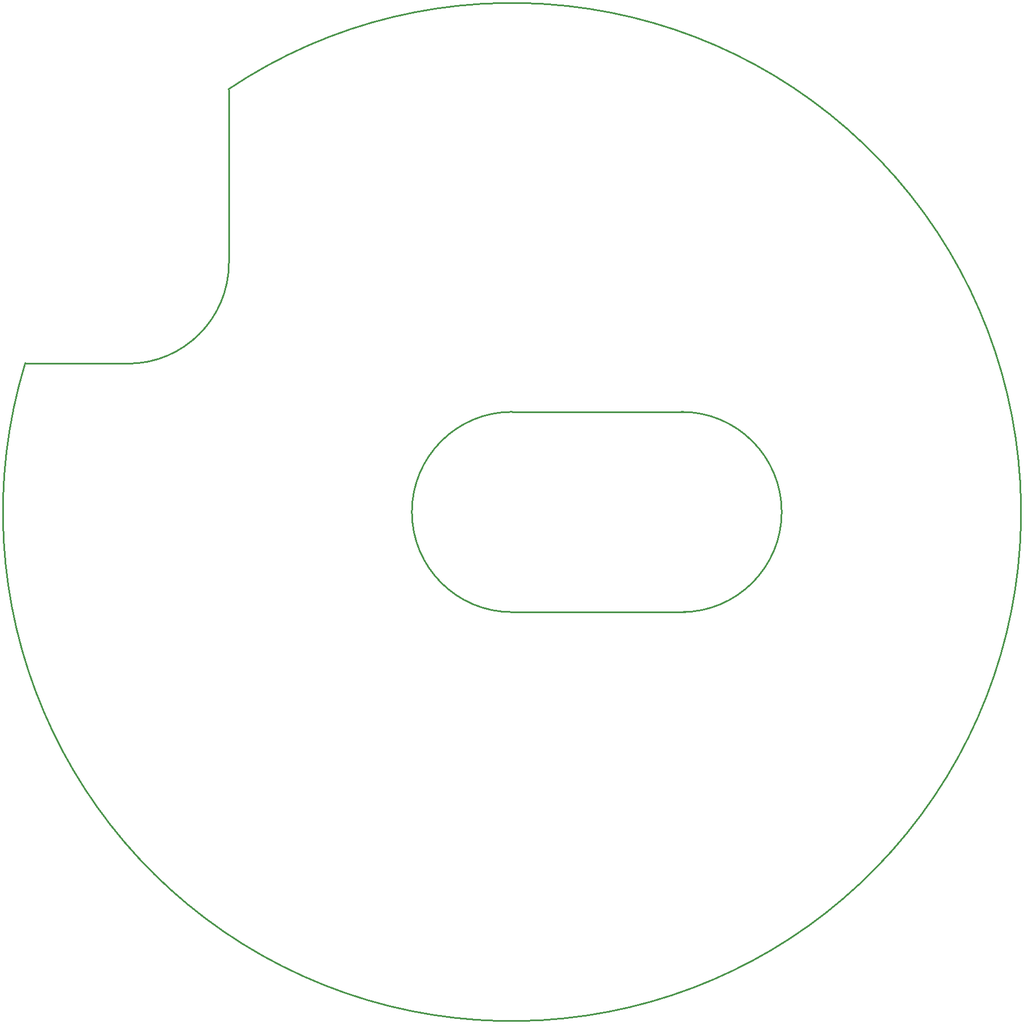
<source format=gbo>
G04*
G04 #@! TF.GenerationSoftware,Altium Limited,Altium Designer,20.2.8 (258)*
G04*
G04 Layer_Color=32896*
%FSLAX24Y24*%
%MOIN*%
G70*
G04*
G04 #@! TF.SameCoordinates,38B3CD4D-B414-478E-BCC0-3ABEE8A09775*
G04*
G04*
G04 #@! TF.FilePolarity,Positive*
G04*
G01*
G75*
%ADD10C,0.0100*%
D10*
X7350Y38750D02*
G03*
X13300Y44700I0J5950D01*
G01*
X40000Y24094D02*
G03*
X40000Y35906I0J5906D01*
G01*
X30000D02*
G03*
X30000Y24094I0J-5906D01*
G01*
X1287Y38779D02*
G03*
X13276Y54936I28713J-8779D01*
G01*
X1300Y38750D02*
X7500D01*
X13306Y44700D02*
Y54900D01*
X30000Y24094D02*
X40232D01*
X30000Y35906D02*
X40232D01*
M02*

</source>
